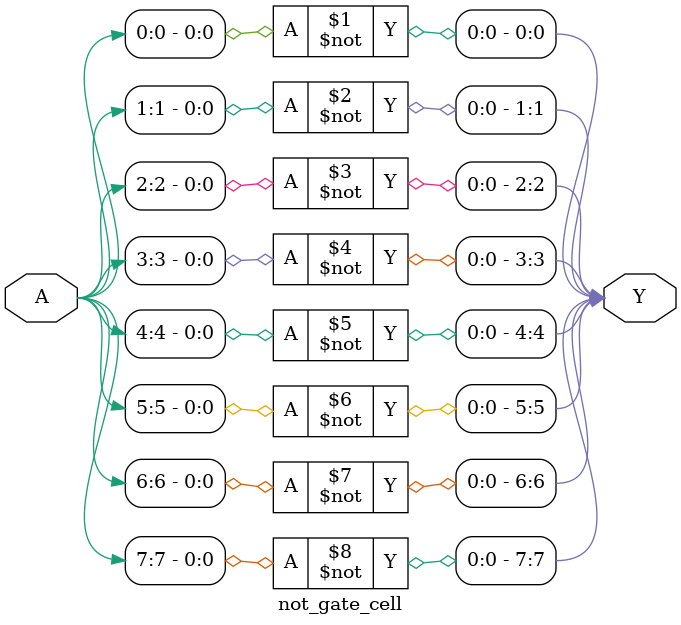
<source format=sv>
module not_gate_param #(
    parameter WIDTH = 8
)(
    input wire [WIDTH-1:0] A,
    output wire [WIDTH-1:0] Y
);

    // 实例化基本非门单元
    not_gate_cell #(
        .WIDTH(WIDTH)
    ) u_not_gate_cell (
        .A(A),
        .Y(Y)
    );

endmodule

// 基本非门单元模块
module not_gate_cell #(
    parameter WIDTH = 8
)(
    input wire [WIDTH-1:0] A,
    output wire [WIDTH-1:0] Y
);

    // 使用generate语句生成多个非门
    genvar i;
    generate
        for (i = 0; i < WIDTH; i = i + 1) begin : not_gate_array
            assign Y[i] = ~A[i];
        end
    endgenerate

endmodule
</source>
